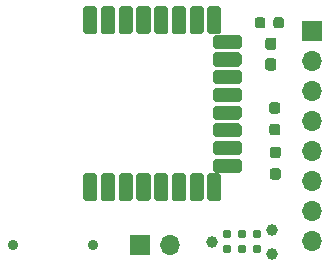
<source format=gbr>
%TF.GenerationSoftware,KiCad,Pcbnew,(5.1.10-1-10_14)*%
%TF.CreationDate,2021-08-31T12:45:11-05:00*%
%TF.ProjectId,wireless_measurement_ard,77697265-6c65-4737-935f-6d6561737572,rev?*%
%TF.SameCoordinates,Original*%
%TF.FileFunction,Soldermask,Top*%
%TF.FilePolarity,Negative*%
%FSLAX46Y46*%
G04 Gerber Fmt 4.6, Leading zero omitted, Abs format (unit mm)*
G04 Created by KiCad (PCBNEW (5.1.10-1-10_14)) date 2021-08-31 12:45:11*
%MOMM*%
%LPD*%
G01*
G04 APERTURE LIST*
%ADD10C,0.787400*%
%ADD11C,0.990600*%
%ADD12C,0.900000*%
%ADD13O,1.700000X1.700000*%
%ADD14R,1.700000X1.700000*%
G04 APERTURE END LIST*
%TO.C,U2*%
G36*
G01*
X128796000Y-77970000D02*
X130796000Y-77970000D01*
G75*
G02*
X130996000Y-78170000I0J-200000D01*
G01*
X130996000Y-78970000D01*
G75*
G02*
X130796000Y-79170000I-200000J0D01*
G01*
X128796000Y-79170000D01*
G75*
G02*
X128596000Y-78970000I0J200000D01*
G01*
X128596000Y-78170000D01*
G75*
G02*
X128796000Y-77970000I200000J0D01*
G01*
G37*
G36*
G01*
X128796000Y-79470000D02*
X130796000Y-79470000D01*
G75*
G02*
X130996000Y-79670000I0J-200000D01*
G01*
X130996000Y-80470000D01*
G75*
G02*
X130796000Y-80670000I-200000J0D01*
G01*
X128796000Y-80670000D01*
G75*
G02*
X128596000Y-80470000I0J200000D01*
G01*
X128596000Y-79670000D01*
G75*
G02*
X128796000Y-79470000I200000J0D01*
G01*
G37*
G36*
G01*
X128796000Y-80970000D02*
X130796000Y-80970000D01*
G75*
G02*
X130996000Y-81170000I0J-200000D01*
G01*
X130996000Y-81970000D01*
G75*
G02*
X130796000Y-82170000I-200000J0D01*
G01*
X128796000Y-82170000D01*
G75*
G02*
X128596000Y-81970000I0J200000D01*
G01*
X128596000Y-81170000D01*
G75*
G02*
X128796000Y-80970000I200000J0D01*
G01*
G37*
G36*
G01*
X128796000Y-82470000D02*
X130796000Y-82470000D01*
G75*
G02*
X130996000Y-82670000I0J-200000D01*
G01*
X130996000Y-83470000D01*
G75*
G02*
X130796000Y-83670000I-200000J0D01*
G01*
X128796000Y-83670000D01*
G75*
G02*
X128596000Y-83470000I0J200000D01*
G01*
X128596000Y-82670000D01*
G75*
G02*
X128796000Y-82470000I200000J0D01*
G01*
G37*
G36*
G01*
X128796000Y-83970000D02*
X130796000Y-83970000D01*
G75*
G02*
X130996000Y-84170000I0J-200000D01*
G01*
X130996000Y-84970000D01*
G75*
G02*
X130796000Y-85170000I-200000J0D01*
G01*
X128796000Y-85170000D01*
G75*
G02*
X128596000Y-84970000I0J200000D01*
G01*
X128596000Y-84170000D01*
G75*
G02*
X128796000Y-83970000I200000J0D01*
G01*
G37*
G36*
G01*
X128796000Y-85470000D02*
X130796000Y-85470000D01*
G75*
G02*
X130996000Y-85670000I0J-200000D01*
G01*
X130996000Y-86470000D01*
G75*
G02*
X130796000Y-86670000I-200000J0D01*
G01*
X128796000Y-86670000D01*
G75*
G02*
X128596000Y-86470000I0J200000D01*
G01*
X128596000Y-85670000D01*
G75*
G02*
X128796000Y-85470000I200000J0D01*
G01*
G37*
G36*
G01*
X128796000Y-86970000D02*
X130796000Y-86970000D01*
G75*
G02*
X130996000Y-87170000I0J-200000D01*
G01*
X130996000Y-87970000D01*
G75*
G02*
X130796000Y-88170000I-200000J0D01*
G01*
X128796000Y-88170000D01*
G75*
G02*
X128596000Y-87970000I0J200000D01*
G01*
X128596000Y-87170000D01*
G75*
G02*
X128796000Y-86970000I200000J0D01*
G01*
G37*
G36*
G01*
X128296000Y-89690000D02*
X129096000Y-89690000D01*
G75*
G02*
X129296000Y-89890000I0J-200000D01*
G01*
X129296000Y-91890000D01*
G75*
G02*
X129096000Y-92090000I-200000J0D01*
G01*
X128296000Y-92090000D01*
G75*
G02*
X128096000Y-91890000I0J200000D01*
G01*
X128096000Y-89890000D01*
G75*
G02*
X128296000Y-89690000I200000J0D01*
G01*
G37*
G36*
G01*
X128296000Y-75550000D02*
X129096000Y-75550000D01*
G75*
G02*
X129296000Y-75750000I0J-200000D01*
G01*
X129296000Y-77750000D01*
G75*
G02*
X129096000Y-77950000I-200000J0D01*
G01*
X128296000Y-77950000D01*
G75*
G02*
X128096000Y-77750000I0J200000D01*
G01*
X128096000Y-75750000D01*
G75*
G02*
X128296000Y-75550000I200000J0D01*
G01*
G37*
G36*
G01*
X126796000Y-75550000D02*
X127596000Y-75550000D01*
G75*
G02*
X127796000Y-75750000I0J-200000D01*
G01*
X127796000Y-77750000D01*
G75*
G02*
X127596000Y-77950000I-200000J0D01*
G01*
X126796000Y-77950000D01*
G75*
G02*
X126596000Y-77750000I0J200000D01*
G01*
X126596000Y-75750000D01*
G75*
G02*
X126796000Y-75550000I200000J0D01*
G01*
G37*
G36*
G01*
X126796000Y-89690000D02*
X127596000Y-89690000D01*
G75*
G02*
X127796000Y-89890000I0J-200000D01*
G01*
X127796000Y-91890000D01*
G75*
G02*
X127596000Y-92090000I-200000J0D01*
G01*
X126796000Y-92090000D01*
G75*
G02*
X126596000Y-91890000I0J200000D01*
G01*
X126596000Y-89890000D01*
G75*
G02*
X126796000Y-89690000I200000J0D01*
G01*
G37*
G36*
G01*
X125296000Y-89690000D02*
X126096000Y-89690000D01*
G75*
G02*
X126296000Y-89890000I0J-200000D01*
G01*
X126296000Y-91890000D01*
G75*
G02*
X126096000Y-92090000I-200000J0D01*
G01*
X125296000Y-92090000D01*
G75*
G02*
X125096000Y-91890000I0J200000D01*
G01*
X125096000Y-89890000D01*
G75*
G02*
X125296000Y-89690000I200000J0D01*
G01*
G37*
G36*
G01*
X125296000Y-75550000D02*
X126096000Y-75550000D01*
G75*
G02*
X126296000Y-75750000I0J-200000D01*
G01*
X126296000Y-77750000D01*
G75*
G02*
X126096000Y-77950000I-200000J0D01*
G01*
X125296000Y-77950000D01*
G75*
G02*
X125096000Y-77750000I0J200000D01*
G01*
X125096000Y-75750000D01*
G75*
G02*
X125296000Y-75550000I200000J0D01*
G01*
G37*
G36*
G01*
X123796000Y-75550000D02*
X124596000Y-75550000D01*
G75*
G02*
X124796000Y-75750000I0J-200000D01*
G01*
X124796000Y-77750000D01*
G75*
G02*
X124596000Y-77950000I-200000J0D01*
G01*
X123796000Y-77950000D01*
G75*
G02*
X123596000Y-77750000I0J200000D01*
G01*
X123596000Y-75750000D01*
G75*
G02*
X123796000Y-75550000I200000J0D01*
G01*
G37*
G36*
G01*
X123796000Y-89690000D02*
X124596000Y-89690000D01*
G75*
G02*
X124796000Y-89890000I0J-200000D01*
G01*
X124796000Y-91890000D01*
G75*
G02*
X124596000Y-92090000I-200000J0D01*
G01*
X123796000Y-92090000D01*
G75*
G02*
X123596000Y-91890000I0J200000D01*
G01*
X123596000Y-89890000D01*
G75*
G02*
X123796000Y-89690000I200000J0D01*
G01*
G37*
G36*
G01*
X122296000Y-89690000D02*
X123096000Y-89690000D01*
G75*
G02*
X123296000Y-89890000I0J-200000D01*
G01*
X123296000Y-91890000D01*
G75*
G02*
X123096000Y-92090000I-200000J0D01*
G01*
X122296000Y-92090000D01*
G75*
G02*
X122096000Y-91890000I0J200000D01*
G01*
X122096000Y-89890000D01*
G75*
G02*
X122296000Y-89690000I200000J0D01*
G01*
G37*
G36*
G01*
X122296000Y-75550000D02*
X123096000Y-75550000D01*
G75*
G02*
X123296000Y-75750000I0J-200000D01*
G01*
X123296000Y-77750000D01*
G75*
G02*
X123096000Y-77950000I-200000J0D01*
G01*
X122296000Y-77950000D01*
G75*
G02*
X122096000Y-77750000I0J200000D01*
G01*
X122096000Y-75750000D01*
G75*
G02*
X122296000Y-75550000I200000J0D01*
G01*
G37*
G36*
G01*
X120796000Y-75550000D02*
X121596000Y-75550000D01*
G75*
G02*
X121796000Y-75750000I0J-200000D01*
G01*
X121796000Y-77750000D01*
G75*
G02*
X121596000Y-77950000I-200000J0D01*
G01*
X120796000Y-77950000D01*
G75*
G02*
X120596000Y-77750000I0J200000D01*
G01*
X120596000Y-75750000D01*
G75*
G02*
X120796000Y-75550000I200000J0D01*
G01*
G37*
G36*
G01*
X120796000Y-89690000D02*
X121596000Y-89690000D01*
G75*
G02*
X121796000Y-89890000I0J-200000D01*
G01*
X121796000Y-91890000D01*
G75*
G02*
X121596000Y-92090000I-200000J0D01*
G01*
X120796000Y-92090000D01*
G75*
G02*
X120596000Y-91890000I0J200000D01*
G01*
X120596000Y-89890000D01*
G75*
G02*
X120796000Y-89690000I200000J0D01*
G01*
G37*
G36*
G01*
X119296000Y-89690000D02*
X120096000Y-89690000D01*
G75*
G02*
X120296000Y-89890000I0J-200000D01*
G01*
X120296000Y-91890000D01*
G75*
G02*
X120096000Y-92090000I-200000J0D01*
G01*
X119296000Y-92090000D01*
G75*
G02*
X119096000Y-91890000I0J200000D01*
G01*
X119096000Y-89890000D01*
G75*
G02*
X119296000Y-89690000I200000J0D01*
G01*
G37*
G36*
G01*
X119296000Y-75550000D02*
X120096000Y-75550000D01*
G75*
G02*
X120296000Y-75750000I0J-200000D01*
G01*
X120296000Y-77750000D01*
G75*
G02*
X120096000Y-77950000I-200000J0D01*
G01*
X119296000Y-77950000D01*
G75*
G02*
X119096000Y-77750000I0J200000D01*
G01*
X119096000Y-75750000D01*
G75*
G02*
X119296000Y-75550000I200000J0D01*
G01*
G37*
G36*
G01*
X117796000Y-75550000D02*
X118596000Y-75550000D01*
G75*
G02*
X118796000Y-75750000I0J-200000D01*
G01*
X118796000Y-77750000D01*
G75*
G02*
X118596000Y-77950000I-200000J0D01*
G01*
X117796000Y-77950000D01*
G75*
G02*
X117596000Y-77750000I0J200000D01*
G01*
X117596000Y-75750000D01*
G75*
G02*
X117796000Y-75550000I200000J0D01*
G01*
G37*
G36*
G01*
X128796000Y-88470000D02*
X130796000Y-88470000D01*
G75*
G02*
X130996000Y-88670000I0J-200000D01*
G01*
X130996000Y-89470000D01*
G75*
G02*
X130796000Y-89670000I-200000J0D01*
G01*
X128796000Y-89670000D01*
G75*
G02*
X128596000Y-89470000I0J200000D01*
G01*
X128596000Y-88670000D01*
G75*
G02*
X128796000Y-88470000I200000J0D01*
G01*
G37*
G36*
G01*
X117796000Y-89690000D02*
X118596000Y-89690000D01*
G75*
G02*
X118796000Y-89890000I0J-200000D01*
G01*
X118796000Y-91890000D01*
G75*
G02*
X118596000Y-92090000I-200000J0D01*
G01*
X117796000Y-92090000D01*
G75*
G02*
X117596000Y-91890000I0J200000D01*
G01*
X117596000Y-89890000D01*
G75*
G02*
X117796000Y-89690000I200000J0D01*
G01*
G37*
%TD*%
%TO.C,R8*%
G36*
G01*
X134044700Y-84663100D02*
X133569700Y-84663100D01*
G75*
G02*
X133332200Y-84425600I0J237500D01*
G01*
X133332200Y-83925600D01*
G75*
G02*
X133569700Y-83688100I237500J0D01*
G01*
X134044700Y-83688100D01*
G75*
G02*
X134282200Y-83925600I0J-237500D01*
G01*
X134282200Y-84425600D01*
G75*
G02*
X134044700Y-84663100I-237500J0D01*
G01*
G37*
G36*
G01*
X134044700Y-86488100D02*
X133569700Y-86488100D01*
G75*
G02*
X133332200Y-86250600I0J237500D01*
G01*
X133332200Y-85750600D01*
G75*
G02*
X133569700Y-85513100I237500J0D01*
G01*
X134044700Y-85513100D01*
G75*
G02*
X134282200Y-85750600I0J-237500D01*
G01*
X134282200Y-86250600D01*
G75*
G02*
X134044700Y-86488100I-237500J0D01*
G01*
G37*
%TD*%
%TO.C,R7*%
G36*
G01*
X134095500Y-88424200D02*
X133620500Y-88424200D01*
G75*
G02*
X133383000Y-88186700I0J237500D01*
G01*
X133383000Y-87686700D01*
G75*
G02*
X133620500Y-87449200I237500J0D01*
G01*
X134095500Y-87449200D01*
G75*
G02*
X134333000Y-87686700I0J-237500D01*
G01*
X134333000Y-88186700D01*
G75*
G02*
X134095500Y-88424200I-237500J0D01*
G01*
G37*
G36*
G01*
X134095500Y-90249200D02*
X133620500Y-90249200D01*
G75*
G02*
X133383000Y-90011700I0J237500D01*
G01*
X133383000Y-89511700D01*
G75*
G02*
X133620500Y-89274200I237500J0D01*
G01*
X134095500Y-89274200D01*
G75*
G02*
X134333000Y-89511700I0J-237500D01*
G01*
X134333000Y-90011700D01*
G75*
G02*
X134095500Y-90249200I-237500J0D01*
G01*
G37*
%TD*%
D10*
%TO.C,J2*%
X132334000Y-94869000D03*
X132334000Y-96139000D03*
X131064000Y-94869000D03*
X131064000Y-96139000D03*
X129794000Y-94869000D03*
X129794000Y-96139000D03*
D11*
X128524000Y-95504000D03*
X133604000Y-96520000D03*
X133604000Y-94488000D03*
%TD*%
D12*
%TO.C,SW1*%
X111662000Y-95758000D03*
X118462000Y-95758000D03*
%TD*%
D13*
%TO.C,J1*%
X136956800Y-95453200D03*
X136956800Y-92913200D03*
X136956800Y-90373200D03*
X136956800Y-87833200D03*
X136956800Y-85293200D03*
X136956800Y-82753200D03*
X136956800Y-80213200D03*
D14*
X136956800Y-77673200D03*
%TD*%
D13*
%TO.C,Battery1*%
X124968000Y-95758000D03*
D14*
X122428000Y-95758000D03*
%TD*%
%TO.C,D1*%
G36*
G01*
X134575000Y-76705750D02*
X134575000Y-77218250D01*
G75*
G02*
X134356250Y-77437000I-218750J0D01*
G01*
X133918750Y-77437000D01*
G75*
G02*
X133700000Y-77218250I0J218750D01*
G01*
X133700000Y-76705750D01*
G75*
G02*
X133918750Y-76487000I218750J0D01*
G01*
X134356250Y-76487000D01*
G75*
G02*
X134575000Y-76705750I0J-218750D01*
G01*
G37*
G36*
G01*
X133000000Y-76705750D02*
X133000000Y-77218250D01*
G75*
G02*
X132781250Y-77437000I-218750J0D01*
G01*
X132343750Y-77437000D01*
G75*
G02*
X132125000Y-77218250I0J218750D01*
G01*
X132125000Y-76705750D01*
G75*
G02*
X132343750Y-76487000I218750J0D01*
G01*
X132781250Y-76487000D01*
G75*
G02*
X133000000Y-76705750I0J-218750D01*
G01*
G37*
%TD*%
%TO.C,R3*%
G36*
G01*
X133239500Y-78215000D02*
X133714500Y-78215000D01*
G75*
G02*
X133952000Y-78452500I0J-237500D01*
G01*
X133952000Y-79027500D01*
G75*
G02*
X133714500Y-79265000I-237500J0D01*
G01*
X133239500Y-79265000D01*
G75*
G02*
X133002000Y-79027500I0J237500D01*
G01*
X133002000Y-78452500D01*
G75*
G02*
X133239500Y-78215000I237500J0D01*
G01*
G37*
G36*
G01*
X133239500Y-79965000D02*
X133714500Y-79965000D01*
G75*
G02*
X133952000Y-80202500I0J-237500D01*
G01*
X133952000Y-80777500D01*
G75*
G02*
X133714500Y-81015000I-237500J0D01*
G01*
X133239500Y-81015000D01*
G75*
G02*
X133002000Y-80777500I0J237500D01*
G01*
X133002000Y-80202500D01*
G75*
G02*
X133239500Y-79965000I237500J0D01*
G01*
G37*
%TD*%
M02*

</source>
